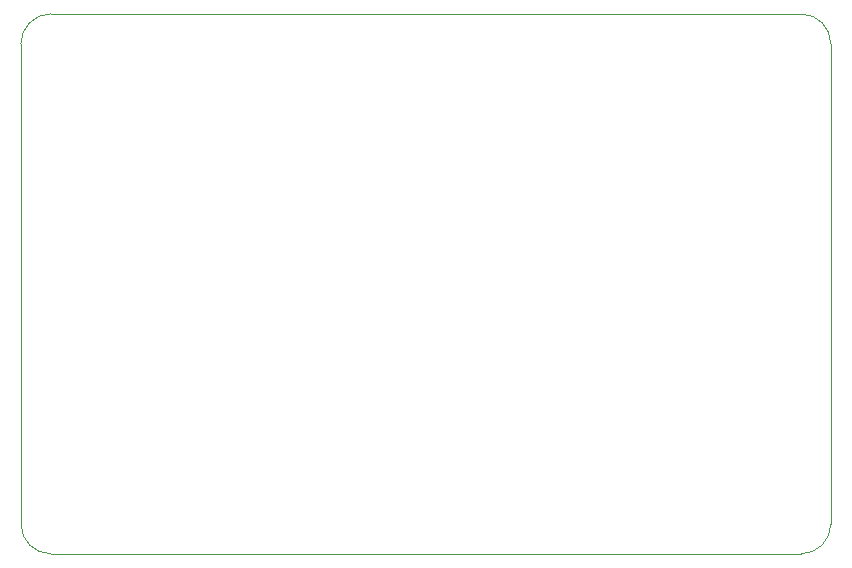
<source format=gbr>
%TF.GenerationSoftware,KiCad,Pcbnew,7.0.9*%
%TF.CreationDate,2023-11-29T23:53:56+08:00*%
%TF.ProjectId,SynthCard,53796e74-6843-4617-9264-2e6b69636164,rev?*%
%TF.SameCoordinates,Original*%
%TF.FileFunction,Profile,NP*%
%FSLAX46Y46*%
G04 Gerber Fmt 4.6, Leading zero omitted, Abs format (unit mm)*
G04 Created by KiCad (PCBNEW 7.0.9) date 2023-11-29 23:53:56*
%MOMM*%
%LPD*%
G01*
G04 APERTURE LIST*
%TA.AperFunction,Profile*%
%ADD10C,0.100000*%
%TD*%
G04 APERTURE END LIST*
D10*
X101600000Y-121920000D02*
G75*
G03*
X104140000Y-124460000I2540000J0D01*
G01*
X170180000Y-81280000D02*
G75*
G03*
X167640000Y-78740000I-2540000J0D01*
G01*
X167640000Y-124460000D02*
X104140000Y-124460000D01*
X104140000Y-78740000D02*
G75*
G03*
X101600000Y-81280000I0J-2540000D01*
G01*
X101600000Y-121920000D02*
X101600000Y-81280000D01*
X104140000Y-78740000D02*
X167640000Y-78740000D01*
X167640000Y-124460000D02*
G75*
G03*
X170180000Y-121920000I0J2540000D01*
G01*
X170180000Y-81280000D02*
X170180000Y-121920000D01*
M02*

</source>
